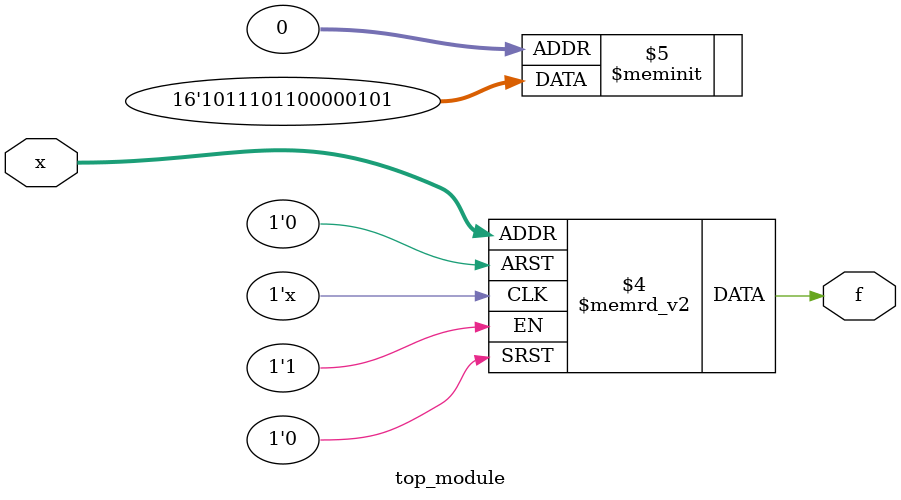
<source format=sv>
module top_module (
    input [4:1] x,
    output logic f
);

    always @(*) begin
        case (x)
            4'b0000: f = 1;
            4'b0001: f = 0;
            4'b0011: f = 0;
            4'b0010: f = 1;
            4'b0100: f = 0;
            4'b0101: f = 0;
            4'b0110: f = 0;
            4'b0111: f = 0;
            4'b1000: f = 1;
            4'b1001: f = 1;
            4'b1011: f = 1;
            4'b1010: f = 0;
            4'b1100: f = 1;
            4'b1101: f = 1;
            4'b1111: f = 1;
            4'b1110: f = 0;
            default: f = 0;
        endcase
    end

endmodule

</source>
